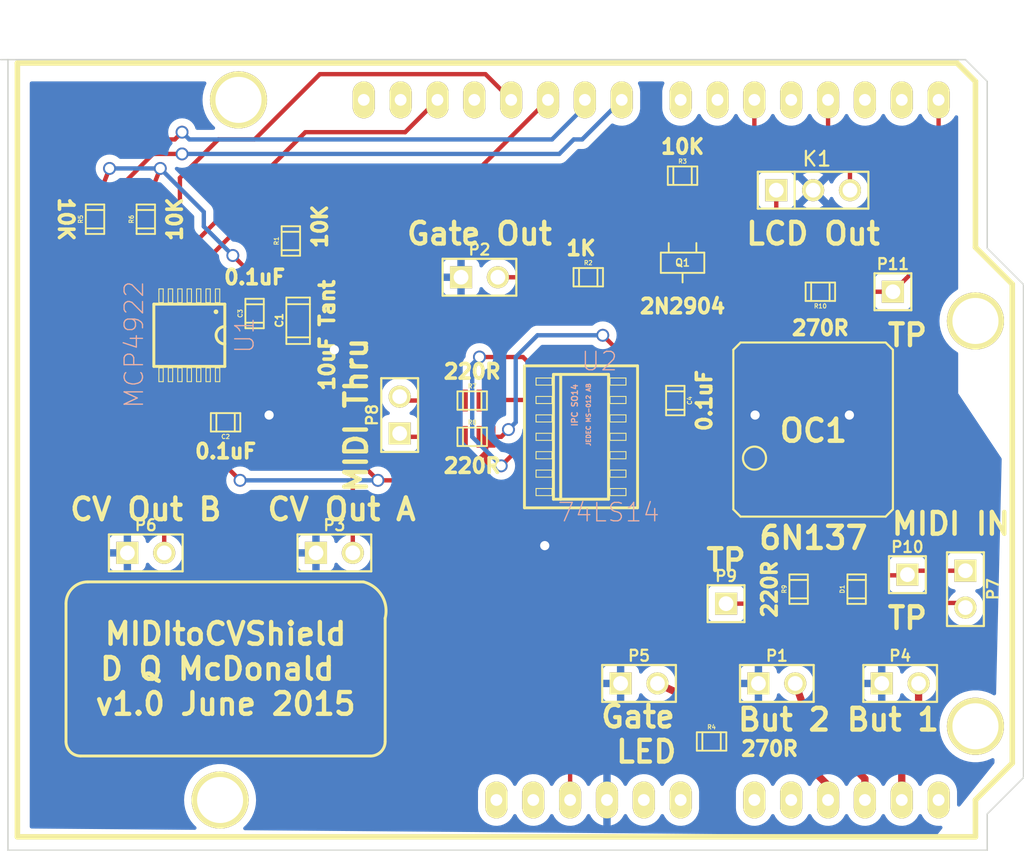
<source format=kicad_pcb>
(kicad_pcb (version 20221018) (generator pcbnew)
  (title_block (title "MIDI to CV Shield") (date "26/5/2015") (rev "1.0") (comment 1 "Quentin McDonald"))
  (layers (0 "F.Cu" signal) (31 "B.Cu" signal) (34 "B.Paste" user) (35 "F.Paste" user) (36 "B.SilkS" user) (37 "F.SilkS" user) (38 "B.Mask" user) (39 "F.Mask" user) (44 "Edge.Cuts" user))
  (net 0 "")
  (net 1 "BUT1")
  (net 2 "BUT2")
  (net 3 "GATE")
  (net 4 "GATE_LED")
  (net 5 "GND")
  (net 6 "LCD_TX")
  (net 7 "LDAC")
  (net 8 "MOSI")
  (net 9 "Net-(D1-Pad1)")
  (net 10 "Net-(D1-Pad2)")
  (net 11 "Net-(OC1-Pad2)")
  (net 12 "Net-(P2-Pad2)")
  (net 13 "Net-(P5-Pad2)")
  (net 14 "Net-(P8-Pad1)")
  (net 15 "Net-(P8-Pad2)")
  (net 16 "Net-(Q1-Pad1)")
  (net 17 "Net-(Q1-Pad2)")
  (net 18 "Net-(R7-Pad1)")
  (net 19 "Net-(SHIELD1-Pad1)")
  (net 20 "Net-(SHIELD1-Pad12)")
  (net 21 "Net-(SHIELD1-Pad2)")
  (net 22 "Net-(SHIELD1-Pad3V3)")
  (net 23 "Net-(SHIELD1-Pad4)")
  (net 24 "Net-(SHIELD1-Pad6)")
  (net 25 "Net-(SHIELD1-Pad7)")
  (net 26 "Net-(SHIELD1-PadAD0)")
  (net 27 "Net-(SHIELD1-PadAD1)")
  (net 28 "Net-(SHIELD1-PadAD5)")
  (net 29 "Net-(SHIELD1-PadAREF)")
  (net 30 "Net-(SHIELD1-PadGND2)")
  (net 31 "Net-(SHIELD1-PadGND3)")
  (net 32 "Net-(SHIELD1-PadRST)")
  (net 33 "Net-(SHIELD1-PadV_IN)")
  (net 34 "Net-(U1-Pad2)")
  (net 35 "Net-(U1-Pad6)")
  (net 36 "Net-(U1-Pad7)")
  (net 37 "Net-(U2-Pad1)")
  (net 38 "Net-(U2-Pad10)")
  (net 39 "Net-(U2-Pad12)")
  (net 40 "Net-(U2-Pad6)")
  (net 41 "Net-(U2-Pad8)")
  (net 42 "OUTA")
  (net 43 "OUTB")
  (net 44 "RX")
  (net 45 "SCK")
  (net 46 "SHDN")
  (net 47 "SS")
  (net 48 "VDD")
  (footprint "smd_capacitors:c_0805" (layer "F.Cu") (at 93 98 180)
    (fp_text reference "C2" (at 0 -0.9906 180) (layer "F.SilkS") (effects (font (size 0.29972 0.29972) (thickness 0.06096))))
    (fp_text value "0.1uF" hide)
    (pad "1" smd rect (at 0.9525 0 180) (size 1.30048 1.4986) (layers "F.Cu" "F.Paste" "F.Mask") (net 48 "VDD"))
    (pad "2" smd rect (at -0.9525 0 180) (size 1.30048 1.4986) (layers "F.Cu" "F.Paste" "F.Mask") (net 5 "GND"))
  )
  (footprint "smd_capacitors:c_0805" (layer "F.Cu") (at 95 90.5 90)
    (fp_text reference "C3" (at 0 -0.9906 90) (layer "F.SilkS") (effects (font (size 0.29972 0.29972) (thickness 0.06096))))
    (fp_text value "0.1uF" hide)
    (pad "1" smd rect (at 0.9525 0 90) (size 1.30048 1.4986) (layers "F.Cu" "F.Paste" "F.Mask") (net 48 "VDD"))
    (pad "2" smd rect (at -0.9525 0 90) (size 1.30048 1.4986) (layers "F.Cu" "F.Paste" "F.Mask") (net 5 "GND"))
  )
  (footprint "smd_capacitors:c_0805" (layer "F.Cu") (at 124 96.5 -90)
    (fp_text reference "C4" (at 0 -0.9906 270) (layer "F.SilkS") (effects (font (size 0.29972 0.29972) (thickness 0.06096))))
    (fp_text value "0.1uF" hide)
    (pad "1" smd rect (at 0.9525 0 270) (size 1.30048 1.4986) (layers "F.Cu" "F.Paste" "F.Mask") (net 5 "GND"))
    (pad "2" smd rect (at -0.9525 0 270) (size 1.30048 1.4986) (layers "F.Cu" "F.Paste" "F.Mask") (net 48 "VDD"))
  )
  (footprint "smd_capacitors:c_0805" (layer "F.Cu") (at 136.5 109.5 90)
    (fp_text reference "D1" (at 0 -0.9906 90) (layer "F.SilkS") (effects (font (size 0.29972 0.29972) (thickness 0.06096))))
    (fp_text value "DIODE" hide)
    (pad "1" smd rect (at 0.9525 0 90) (size 1.30048 1.4986) (layers "F.Cu" "F.Paste" "F.Mask") (net 9 "Net-(D1-Pad1)"))
    (pad "2" smd rect (at -0.9525 0 90) (size 1.30048 1.4986) (layers "F.Cu" "F.Paste" "F.Mask") (net 10 "Net-(D1-Pad2)"))
  )
  (footprint "pin_array:PIN_ARRAY_3X1" (layer "F.Cu") (at 133.5 82)
    (fp_text reference "K1" (at 0.254 -2.159) (layer "F.SilkS") (effects (font (size 1.016 1.016) (thickness 0.1524))))
    (fp_text value "CONN_3" hide)
    (pad "1" thru_hole rect (at -2.54 0) (size 1.524 1.524) (drill 1.016) (layers "*.Cu" "*.Mask" "F.SilkS") (net 48 "VDD"))
    (pad "2" thru_hole circle (at 0 0) (size 1.524 1.524) (drill 1.016) (layers "*.Cu" "*.Mask" "F.SilkS") (net 5 "GND"))
    (pad "3" thru_hole circle (at 2.54 0) (size 1.524 1.524) (drill 1.016) (layers "*.Cu" "*.Mask" "F.SilkS") (net 6 "LCD_TX"))
  )
  (footprint "DQM:6N137" (layer "F.Cu") (at 133.5 98.5)
    (fp_text reference "OC1" (at 0.02 0.08) (layer "F.SilkS") (effects (font (size 1.524 1.524) (thickness 0.3048))))
    (fp_text value "6N137" (at 0.02 7.47) (layer "F.SilkS") (effects (font (size 1.524 1.524) (thickness 0.3048))))
    (pad "1" smd rect (at -3.80746 4.50342 180) (size 1.778 1.51892) (layers "F.Cu" "F.Paste" "F.Mask"))
    (pad "2" smd rect (at -1.26746 4.50342 180) (size 1.778 1.51892) (layers "F.Cu" "F.Paste" "F.Mask") (net 11 "Net-(OC1-Pad2)"))
    (pad "3" smd rect (at 1.26746 4.50342 180) (size 1.778 1.51892) (layers "F.Cu" "F.Paste" "F.Mask") (net 9 "Net-(D1-Pad1)"))
    (pad "4" smd rect (at 3.80746 4.50342 180) (size 1.778 1.51892) (layers "F.Cu" "F.Paste" "F.Mask"))
    (pad "5" smd rect (at 3.80746 -4.50342) (size 1.778 1.51892) (layers "F.Cu" "F.Paste" "F.Mask") (net 5 "GND"))
    (pad "6" smd rect (at 1.26746 -4.50342) (size 1.778 1.51892) (layers "F.Cu" "F.Paste" "F.Mask") (net 44 "RX"))
    (pad "7" smd rect (at -1.26746 -4.50342) (size 1.778 1.51892) (layers "F.Cu" "F.Paste" "F.Mask") (net 48 "VDD"))
    (pad "8" smd rect (at -3.80746 -4.50342) (size 1.778 1.51892) (layers "F.Cu" "F.Paste" "F.Mask") (net 48 "VDD"))
  )
  (footprint "pin_array:PIN_ARRAY_2X1" (layer "F.Cu") (at 131 116)
    (fp_text reference "P1" (at 0 -1.905) (layer "F.SilkS") (effects (font (size 0.762 0.762) (thickness 0.1524))))
    (fp_text value "CONN_2" hide)
    (pad "1" thru_hole rect (at -1.27 0) (size 1.524 1.524) (drill 1.016) (layers "*.Cu" "*.Mask" "F.SilkS") (net 5 "GND"))
    (pad "2" thru_hole circle (at 1.27 0) (size 1.524 1.524) (drill 1.016) (layers "*.Cu" "*.Mask" "F.SilkS") (net 1 "BUT1"))
  )
  (footprint "pin_array:PIN_ARRAY_2X1" (layer "F.Cu") (at 110.5 88)
    (fp_text reference "P2" (at 0 -1.905) (layer "F.SilkS") (effects (font (size 0.762 0.762) (thickness 0.1524))))
    (fp_text value "CONN_2" hide)
    (pad "1" thru_hole rect (at -1.27 0) (size 1.524 1.524) (drill 1.016) (layers "*.Cu" "*.Mask" "F.SilkS") (net 5 "GND"))
    (pad "2" thru_hole circle (at 1.27 0) (size 1.524 1.524) (drill 1.016) (layers "*.Cu" "*.Mask" "F.SilkS") (net 12 "Net-(P2-Pad2)"))
  )
  (footprint "pin_array:PIN_ARRAY_2X1" (layer "F.Cu") (at 100.5 107)
    (fp_text reference "P3" (at 0 -1.905) (layer "F.SilkS") (effects (font (size 0.762 0.762) (thickness 0.1524))))
    (fp_text value "CONN_2" hide)
    (pad "1" thru_hole rect (at -1.27 0) (size 1.524 1.524) (drill 1.016) (layers "*.Cu" "*.Mask" "F.SilkS") (net 5 "GND"))
    (pad "2" thru_hole circle (at 1.27 0) (size 1.524 1.524) (drill 1.016) (layers "*.Cu" "*.Mask" "F.SilkS") (net 42 "OUTA"))
  )
  (footprint "pin_array:PIN_ARRAY_2X1" (layer "F.Cu") (at 139.5 116)
    (fp_text reference "P4" (at 0 -1.905) (layer "F.SilkS") (effects (font (size 0.762 0.762) (thickness 0.1524))))
    (fp_text value "CONN_2" hide)
    (pad "1" thru_hole rect (at -1.27 0) (size 1.524 1.524) (drill 1.016) (layers "*.Cu" "*.Mask" "F.SilkS") (net 5 "GND"))
    (pad "2" thru_hole circle (at 1.27 0) (size 1.524 1.524) (drill 1.016) (layers "*.Cu" "*.Mask" "F.SilkS") (net 2 "BUT2"))
  )
  (footprint "pin_array:PIN_ARRAY_2X1" (layer "F.Cu") (at 121.5 116)
    (fp_text reference "P5" (at 0 -1.905) (layer "F.SilkS") (effects (font (size 0.762 0.762) (thickness 0.1524))))
    (fp_text value "CONN_2" hide)
    (pad "1" thru_hole rect (at -1.27 0) (size 1.524 1.524) (drill 1.016) (layers "*.Cu" "*.Mask" "F.SilkS") (net 5 "GND"))
    (pad "2" thru_hole circle (at 1.27 0) (size 1.524 1.524) (drill 1.016) (layers "*.Cu" "*.Mask" "F.SilkS") (net 13 "Net-(P5-Pad2)"))
  )
  (footprint "pin_array:PIN_ARRAY_2X1" (layer "F.Cu") (at 87.5 107)
    (fp_text reference "P6" (at 0 -1.905) (layer "F.SilkS") (effects (font (size 0.762 0.762) (thickness 0.1524))))
    (fp_text value "CONN_2" hide)
    (pad "1" thru_hole rect (at -1.27 0) (size 1.524 1.524) (drill 1.016) (layers "*.Cu" "*.Mask" "F.SilkS") (net 5 "GND"))
    (pad "2" thru_hole circle (at 1.27 0) (size 1.524 1.524) (drill 1.016) (layers "*.Cu" "*.Mask" "F.SilkS") (net 43 "OUTB"))
  )
  (footprint "pin_array:PIN_ARRAY_2X1" (layer "F.Cu") (at 144 109.5 -90)
    (fp_text reference "P7" (at 0 -1.905 270) (layer "F.SilkS") (effects (font (size 0.762 0.762) (thickness 0.1524))))
    (fp_text value "CONN_2" hide)
    (pad "1" thru_hole rect (at -1.27 0 270) (size 1.524 1.524) (drill 1.016) (layers "*.Cu" "*.Mask" "F.SilkS") (net 9 "Net-(D1-Pad1)"))
    (pad "2" thru_hole circle (at 1.27 0 270) (size 1.524 1.524) (drill 1.016) (layers "*.Cu" "*.Mask" "F.SilkS") (net 10 "Net-(D1-Pad2)"))
  )
  (footprint "pin_array:PIN_ARRAY_2X1" (layer "F.Cu") (at 105 97.5 90)
    (fp_text reference "P8" (at 0 -1.905 90) (layer "F.SilkS") (effects (font (size 0.762 0.762) (thickness 0.1524))))
    (fp_text value "CONN_2" hide)
    (pad "1" thru_hole rect (at -1.27 0 90) (size 1.524 1.524) (drill 1.016) (layers "*.Cu" "*.Mask" "F.SilkS") (net 14 "Net-(P8-Pad1)"))
    (pad "2" thru_hole circle (at 1.27 0 90) (size 1.524 1.524) (drill 1.016) (layers "*.Cu" "*.Mask" "F.SilkS") (net 15 "Net-(P8-Pad2)"))
  )
  (footprint "pin_array:PIN_ARRAY_1" (layer "F.Cu") (at 140 108.5)
    (fp_text reference "P10" (at 0 -1.905) (layer "F.SilkS") (effects (font (size 0.762 0.762) (thickness 0.1524))))
    (fp_text value "CONN_1" hide)
    (pad "1" thru_hole rect (at 0 0) (size 1.524 1.524) (drill 1.016) (layers "*.Cu" "*.Mask" "F.SilkS") (net 9 "Net-(D1-Pad1)"))
  )
  (footprint "pin_array:PIN_ARRAY_1" (layer "F.Cu") (at 139 89)
    (fp_text reference "P11" (at 0 -1.905) (layer "F.SilkS") (effects (font (size 0.762 0.762) (thickness 0.1524))))
    (fp_text value "CONN_1" hide)
    (pad "1" thru_hole rect (at 0 0) (size 1.524 1.524) (drill 1.016) (layers "*.Cu" "*.Mask" "F.SilkS") (net 44 "RX"))
  )
  (footprint "DQM:sot23" (layer "F.Cu") (at 124.5 87 180)
    (fp_text reference "Q1" (at 0 0 180) (layer "F.SilkS") (effects (font (size 0.50038 0.50038) (thickness 0.09906))))
    (fp_text value "NPN" hide)
    (pad "1" smd rect (at 0.9525 1.30664 180) (size 0.59944 1.50076) (layers "F.Cu" "F.Paste" "F.Mask") (net 16 "Net-(Q1-Pad1)"))
    (pad "2" smd rect (at -0.9525 1.30664 180) (size 0.59944 1.50076) (layers "F.Cu" "F.Paste" "F.Mask") (net 17 "Net-(Q1-Pad2)"))
    (pad "3" smd rect (at 0 -1.30664 180) (size 0.59944 1.50076) (layers "F.Cu" "F.Paste" "F.Mask") (net 48 "VDD"))
  )
  (footprint "smd_capacitors:c_0805" (layer "F.Cu") (at 97.5 85.5 90)
    (fp_text reference "R1" (at 0 -0.9906 90) (layer "F.SilkS") (effects (font (size 0.29972 0.29972) (thickness 0.06096))))
    (fp_text value "10K" hide)
    (pad "1" smd rect (at 0.9525 0 90) (size 1.30048 1.4986) (layers "F.Cu" "F.Paste" "F.Mask") (net 47 "SS"))
    (pad "2" smd rect (at -0.9525 0 90) (size 1.30048 1.4986) (layers "F.Cu" "F.Paste" "F.Mask") (net 48 "VDD"))
  )
  (footprint "smd_capacitors:c_0805" (layer "F.Cu") (at 118 88)
    (fp_text reference "R2" (at 0 -0.9906) (layer "F.SilkS") (effects (font (size 0.29972 0.29972) (thickness 0.06096))))
    (fp_text value "1K" hide)
    (pad "1" smd rect (at 0.9525 0) (size 1.30048 1.4986) (layers "F.Cu" "F.Paste" "F.Mask") (net 16 "Net-(Q1-Pad1)"))
    (pad "2" smd rect (at -0.9525 0) (size 1.30048 1.4986) (layers "F.Cu" "F.Paste" "F.Mask") (net 12 "Net-(P2-Pad2)"))
  )
  (footprint "smd_capacitors:c_0805" (layer "F.Cu") (at 124.5 81)
    (fp_text reference "R3" (at 0 -0.9906) (layer "F.SilkS") (effects (font (size 0.29972 0.29972) (thickness 0.06096))))
    (fp_text value "10K" hide)
    (pad "1" smd rect (at 0.9525 0) (size 1.30048 1.4986) (layers "F.Cu" "F.Paste" "F.Mask") (net 3 "GATE"))
    (pad "2" smd rect (at -0.9525 0) (size 1.30048 1.4986) (layers "F.Cu" "F.Paste" "F.Mask") (net 17 "Net-(Q1-Pad2)"))
  )
  (footprint "smd_capacitors:c_0805" (layer "F.Cu") (at 126.5 120)
    (fp_text reference "R4" (at 0 -0.9906) (layer "F.SilkS") (effects (font (size 0.29972 0.29972) (thickness 0.06096))))
    (fp_text value "270R" hide)
    (pad "1" smd rect (at 0.9525 0) (size 1.30048 1.4986) (layers "F.Cu" "F.Paste" "F.Mask") (net 4 "GATE_LED"))
    (pad "2" smd rect (at -0.9525 0) (size 1.30048 1.4986) (layers "F.Cu" "F.Paste" "F.Mask") (net 13 "Net-(P5-Pad2)"))
  )
  (footprint "smd_capacitors:c_0805" (layer "F.Cu") (at 84 84 90)
    (fp_text reference "R5" (at 0 -0.9906 90) (layer "F.SilkS") (effects (font (size 0.29972 0.29972) (thickness 0.06096))))
    (fp_text value "10K" hide)
    (pad "1" smd rect (at 0.9525 0 90) (size 1.30048 1.4986) (layers "F.Cu" "F.Paste" "F.Mask") (net 48 "VDD"))
    (pad "2" smd rect (at -0.9525 0 90) (size 1.30048 1.4986) (layers "F.Cu" "F.Paste" "F.Mask") (net 46 "SHDN"))
  )
  (footprint "smd_capacitors:c_0805" (layer "F.Cu") (at 110 96.5)
    (fp_text reference "R7" (at 0 -0.9906) (layer "F.SilkS") (effects (font (size 0.29972 0.29972) (thickness 0.06096))))
    (fp_text value "220R" hide)
    (pad "1" smd rect (at 0.9525 0) (size 1.30048 1.4986) (layers "F.Cu" "F.Paste" "F.Mask") (net 18 "Net-(R7-Pad1)"))
    (pad "2" smd rect (at -0.9525 0) (size 1.30048 1.4986) (layers "F.Cu" "F.Paste" "F.Mask") (net 15 "Net-(P8-Pad2)"))
  )
  (footprint "smd_capacitors:c_0805" (layer "F.Cu") (at 110 99)
    (fp_text reference "R8" (at 0 -0.9906) (layer "F.SilkS") (effects (font (size 0.29972 0.29972) (thickness 0.06096))))
    (fp_text value "220R" hide)
    (pad "1" smd rect (at 0.9525 0) (size 1.30048 1.4986) (layers "F.Cu" "F.Paste" "F.Mask") (net 48 "VDD"))
    (pad "2" smd rect (at -0.9525 0) (size 1.30048 1.4986) (layers "F.Cu" "F.Paste" "F.Mask") (net 14 "Net-(P8-Pad1)"))
  )
  (footprint "smd_capacitors:c_0805" (layer "F.Cu") (at 132.5 109.5 90)
    (fp_text reference "R9" (at 0 -0.9906 90) (layer "F.SilkS") (effects (font (size 0.29972 0.29972) (thickness 0.06096))))
    (fp_text value "220R" hide)
    (pad "1" smd rect (at 0.9525 0 90) (size 1.30048 1.4986) (layers "F.Cu" "F.Paste" "F.Mask") (net 11 "Net-(OC1-Pad2)"))
    (pad "2" smd rect (at -0.9525 0 90) (size 1.30048 1.4986) (layers "F.Cu" "F.Paste" "F.Mask") (net 10 "Net-(D1-Pad2)"))
  )
  (footprint "smd_capacitors:c_0805" (layer "F.Cu") (at 134 89 180)
    (fp_text reference "R10" (at 0 -0.9906 180) (layer "F.SilkS") (effects (font (size 0.29972 0.29972) (thickness 0.06096))))
    (fp_text value "270R" hide)
    (pad "1" smd rect (at 0.9525 0 180) (size 1.30048 1.4986) (layers "F.Cu" "F.Paste" "F.Mask") (net 48 "VDD"))
    (pad "2" smd rect (at -0.9525 0 180) (size 1.30048 1.4986) (layers "F.Cu" "F.Paste" "F.Mask") (net 44 "RX"))
  )
  (footprint "ref-packages:-SO-14" (layer "F.Cu") (at 117.5 99 -90)
    (fp_text reference "U2" (at -5.207 -1.27) (layer "B.SilkS") (effects (font (size 1.27 1.27) (thickness 0.0889))))
    (fp_text value "74LS14" (at 5.207 -1.905) (layer "B.SilkS") (effects (font (size 1.27 1.27) (thickness 0.0889))))
    (fp_text user "IPC SO14" (at -2.18186 0.4318 270) (layer "B.SilkS") (effects (font (size 0.4064 0.4064) (thickness 0.0889))))
    (fp_text user "JEDEC MS-012 AB" (at -1.524 -0.51562 270) (layer "B.SilkS") (effects (font (size 0.3048 0.3048) (thickness 0.0889))))
    (pad "1" smd rect (at -3.81 2.59842 270) (size 0.59944 2.19964) (layers "F.Cu" "F.Paste" "F.Mask") (net 37 "Net-(U2-Pad1)"))
    (pad "2" smd rect (at -2.54 2.59842 270) (size 0.59944 2.19964) (layers "F.Cu" "F.Paste" "F.Mask") (net 18 "Net-(R7-Pad1)"))
    (pad "3" smd rect (at -1.27 2.59842 270) (size 0.59944 2.19964) (layers "F.Cu" "F.Paste" "F.Mask") (net 44 "RX"))
    (pad "4" smd rect (at 0 2.59842 270) (size 0.59944 2.19964) (layers "F.Cu" "F.Paste" "F.Mask") (net 37 "Net-(U2-Pad1)"))
    (pad "5" smd rect (at 1.27 2.59842 270) (size 0.59944 2.19964) (layers "F.Cu" "F.Paste" "F.Mask") (net 5 "GND"))
    (pad "6" smd rect (at 2.54 2.59842 270) (size 0.59944 2.19964) (layers "F.Cu" "F.Paste" "F.Mask") (net 40 "Net-(U2-Pad6)"))
    (pad "7" smd rect (at 3.81 2.59842 270) (size 0.59944 2.19964) (layers "F.Cu" "F.Paste" "F.Mask") (net 5 "GND"))
    (pad "8" smd rect (at 3.81 -2.59842 270) (size 0.59944 2.19964) (layers "F.Cu" "F.Paste" "F.Mask") (net 41 "Net-(U2-Pad8)"))
    (pad "9" smd rect (at 2.54 -2.59842 270) (size 0.59944 2.19964) (layers "F.Cu" "F.Paste" "F.Mask") (net 5 "GND"))
    (pad "10" smd rect (at 1.27 -2.59842 270) (size 0.59944 2.19964) (layers "F.Cu" "F.Paste" "F.Mask") (net 38 "Net-(U2-Pad10)"))
    (pad "11" smd rect (at 0 -2.59842 270) (size 0.59944 2.19964) (layers "F.Cu" "F.Paste" "F.Mask") (net 5 "GND"))
    (pad "12" smd rect (at -1.27 -2.59842 270) (size 0.59944 2.19964) (layers "F.Cu" "F.Paste" "F.Mask") (net 39 "Net-(U2-Pad12)"))
    (pad "13" smd rect (at -2.54 -2.59842 270) (size 0.59944 2.19964) (layers "F.Cu" "F.Paste" "F.Mask") (net 5 "GND"))
    (pad "14" smd rect (at -3.81 -2.59842 270) (size 0.59944 2.19964) (layers "F.Cu" "F.Paste" "F.Mask") (net 48 "VDD"))
  )
  (footprint "arduino_shields:ARDUINO_SHIELD" (layer "F.Cu") (at 78.65 126.574)
    (fp_text reference "" (at 5.715 -57.15) (layer "F.SilkS") (effects (font (size 1.524 1.524) (thickness 0.3048))))
    (fp_text value "ARDUINO_SHIELD" hide)
    (pad "" thru_hole circle locked (at 13.97 -2.54 90) (size 3.937 3.937) (drill 3.175) (layers "*.Cu" "*.Mask" "F.SilkS"))
    (pad "" thru_hole circle locked (at 15.24 -50.8 90) (size 3.937 3.937) (drill 3.175) (layers "*.Cu" "*.Mask" "F.SilkS"))
    (pad "" thru_hole circle locked (at 66.04 -35.56 90) (size 3.937 3.937) (drill 3.175) (layers "*.Cu" "*.Mask" "F.SilkS"))
    (pad "" thru_hole circle locked (at 66.04 -7.62 90) (size 3.937 3.937) (drill 3.175) (layers "*.Cu" "*.Mask" "F.SilkS"))
    (pad "0" thru_hole oval locked (at 63.5 -50.8 90) (size 2.54 1.524) (drill 0.8128) (layers "*.Cu" "*.Mask" "F.SilkS") (net 44 "RX"))
    (pad "1" thru_hole oval locked (at 60.96 -50.8 90) (size 2.54 1.524) (drill 0.8128) (layers "*.Cu" "*.Mask" "F.SilkS") (net 19 "Net-(SHIELD1-Pad1)"))
    (pad "2" thru_hole oval locked (at 58.42 -50.8 90) (size 2.54 1.524) (drill 0.8128) (layers "*.Cu" "*.Mask" "F.SilkS") (net 21 "Net-(SHIELD1-Pad2)"))
    (pad "3" thru_hole oval locked (at 55.88 -50.8 90) (size 2.54 1.524) (drill 0.8128) (layers "*.Cu" "*.Mask" "F.SilkS") (net 6 "LCD_TX"))
    (pad "3V3" thru_hole oval locked (at 35.56 -2.54 90) (size 2.54 1.524) (drill 0.8128) (layers "*.Cu" "*.Mask" "F.SilkS") (net 22 "Net-(SHIELD1-Pad3V3)"))
    (pad "4" thru_hole oval locked (at 53.34 -50.8 90) (size 2.54 1.524) (drill 0.8128) (layers "*.Cu" "*.Mask" "F.SilkS") (net 23 "Net-(SHIELD1-Pad4)"))
    (pad "5" thru_hole oval locked (at 50.8 -50.8 90) (size 2.54 1.524) (drill 0.8128) (layers "*.Cu" "*.Mask" "F.SilkS") (net 3 "GATE"))
    (pad "5V" thru_hole oval locked (at 38.1 -2.54 90) (size 2.54 1.524) (drill 0.8128) (layers "*.Cu" "*.Mask" "F.SilkS") (net 48 "VDD"))
    (pad "6" thru_hole oval locked (at 48.26 -50.8 90) (size 2.54 1.524) (drill 0.8128) (layers "*.Cu" "*.Mask" "F.SilkS") (net 24 "Net-(SHIELD1-Pad6)"))
    (pad "7" thru_hole oval locked (at 45.72 -50.8 90) (size 2.54 1.524) (drill 0.8128) (layers "*.Cu" "*.Mask" "F.SilkS") (net 25 "Net-(SHIELD1-Pad7)"))
    (pad "8" thru_hole oval locked (at 41.656 -50.8 90) (size 2.54 1.524) (drill 0.8128) (layers "*.Cu" "*.Mask" "F.SilkS") (net 7 "LDAC"))
    (pad "9" thru_hole oval locked (at 39.116 -50.8 90) (size 2.54 1.524) (drill 0.8128) (layers "*.Cu" "*.Mask" "F.SilkS") (net 46 "SHDN"))
    (pad "10" thru_hole oval locked (at 36.576 -50.8 90) (size 2.54 1.524) (drill 0.8128) (layers "*.Cu" "*.Mask" "F.SilkS") (net 47 "SS"))
    (pad "11" thru_hole oval locked (at 34.036 -50.8 90) (size 2.54 1.524) (drill 0.8128) (layers "*.Cu" "*.Mask" "F.SilkS") (net 8 "MOSI"))
    (pad "12" thru_hole oval locked (at 31.496 -50.8 90) (size 2.54 1.524) (drill 0.8128) (layers "*.Cu" "*.Mask" "F.SilkS") (net 20 "Net-(SHIELD1-Pad12)"))
    (pad "13" thru_hole oval locked (at 28.956 -50.8 90) (size 2.54 1.524) (drill 0.8128) (layers "*.Cu" "*.Mask" "F.SilkS") (net 45 "SCK"))
    (pad "AD0" thru_hole oval locked (at 50.8 -2.54 90) (size 2.54 1.524) (drill 0.8128) (layers "*.Cu" "*.Mask" "F.SilkS") (net 26 "Net-(SHIELD1-PadAD0)"))
    (pad "AD1" thru_hole oval locked (at 53.34 -2.54 90) (size 2.54 1.524) (drill 0.8128) (layers "*.Cu" "*.Mask" "F.SilkS") (net 27 "Net-(SHIELD1-PadAD1)"))
    (pad "AD2" thru_hole oval locked (at 55.88 -2.54 90) (size 2.54 1.524) (drill 0.8128) (layers "*.Cu" "*.Mask" "F.SilkS") (net 4 "GATE_LED"))
    (pad "AD3" thru_hole oval locked (at 58.42 -2.54 90) (size 2.54 1.524) (drill 0.8128) (layers "*.Cu" "*.Mask" "F.SilkS") (net 1 "BUT1"))
    (pad "AD4" thru_hole oval locked (at 60.96 -2.54 90) (size 2.54 1.524) (drill 0.8128) (layers "*.Cu" "*.Mask" "F.SilkS") (net 2 "BUT2"))
    (pad "AD5" thru_hole oval locked (at 63.5 -2.54 90) (size 2.54 1.524) (drill 0.8128) (layers "*.Cu" "*.Mask" "F.SilkS") (net 28 "Net-(SHIELD1-PadAD5)"))
    (pad "AREF" thru_hole oval locked (at 23.876 -50.8 90) (size 2.54 1.524) (drill 0.8128) (layers "*.Cu" "*.Mask" "F.SilkS") (net 29 "Net-(SHIELD1-PadAREF)"))
    (pad "GND1" thru_hole oval locked (at 40.64 -2.54 90) (size 2.54 1.524) (drill 0.8128) (layers "*.Cu" "*.Mask" "F.SilkS") (net 5 "GND"))
    (pad "GND2" thru_hole oval locked (at 43.18 -2.54 90) (size 2.54 1.524) (drill 0.8128) (layers "*.Cu" "*.Mask" "F.SilkS") (net 30 "Net-(SHIELD1-PadGND2)"))
    (pad "GND3" thru_hole oval locked (at 26.416 -50.8 90) (size 2.54 1.524) (drill 0.8128) (layers "*.Cu" "*.Mask" "F.SilkS") (net 31 "Net-(SHIELD1-PadGND3)"))
    (pad "RST" thru_hole oval locked (at 33.02 -2.54 90) (size 2.54 1.524) (drill 0.8128) (layers "*.Cu" "*.Mask" "F.SilkS") (net 32 "Net-(SHIELD1-PadRST)"))
    (pad "V_IN" thru_hole oval locked (at 45.72 -2.54 90) (size 2.54 1.524) (drill 0.8128) (layers "*.Cu" "*.Mask" "F.SilkS") (net 33 "Net-(SHIELD1-PadV_IN)"))
  )
  (footprint "pin_array:PIN_ARRAY_1" (layer "F.Cu") (at 127.5 110.5)
    (fp_text reference "P9" (at 0 -1.905) (layer "F.SilkS") (effects (font (size 0.762 0.762) (thickness 0.1524))))
    (fp_text value "CONN_1" hide)
    (pad "1" thru_hole rect (at 0 0) (size 1.524 1.524) (drill 1.016) (layers "*.Cu" "*.Mask" "F.SilkS") (net 10 "Net-(D1-Pad2)"))
  )
  (footprint "DQM:MCP4922" (layer "F.Cu") (at 90.5 92 -90)
    (fp_text reference "U1" (at 0 -3.81 270) (layer "B.SilkS") (effects (font (size 1.27 1.27) (thickness 0.0889))))
    (fp_text value "MCP4922" (at 0.635 3.81 270) (layer "B.SilkS") (effects (font (size 1.27 1.27) (thickness 0.0889))))
    (pad "1" smd rect (at -2.87274 -1.94818 270) (size 0.89916 0.34798) (layers "F.Cu" "F.Paste" "F.Mask") (net 48 "VDD"))
    (pad "2" smd rect (at -2.87274 -1.29794 270) (size 0.89916 0.34798) (layers "F.Cu" "F.Paste" "F.Mask") (net 34 "Net-(U1-Pad2)"))
    (pad "3" smd rect (at -2.87274 -0.6477 270) (size 0.89916 0.34798) (layers "F.Cu" "F.Paste" "F.Mask") (net 47 "SS"))
    (pad "4" smd rect (at -2.87274 0 270) (size 0.89916 0.34798) (layers "F.Cu" "F.Paste" "F.Mask") (net 45 "SCK"))
    (pad "5" smd rect (at -2.87274 0.6477 270) (size 0.89916 0.34798) (layers "F.Cu" "F.Paste" "F.Mask") (net 8 "MOSI"))
    (pad "6" smd rect (at -2.87274 1.29794 270) (size 0.89916 0.34798) (layers "F.Cu" "F.Paste" "F.Mask") (net 35 "Net-(U1-Pad6)"))
    (pad "7" smd rect (at -2.87274 1.94818 270) (size 0.89916 0.34798) (layers "F.Cu" "F.Paste" "F.Mask") (net 36 "Net-(U1-Pad7)"))
    (pad "8" smd rect (at 2.82448 1.94818 270) (size 0.89916 0.34798) (layers "F.Cu" "F.Paste" "F.Mask") (net 7 "LDAC"))
    (pad "9" smd rect (at 2.82448 1.29794 270) (size 0.89916 0.34798) (layers "F.Cu" "F.Paste" "F.Mask") (net 46 "SHDN"))
    (pad "10" smd rect (at 2.82448 0.6477 270) (size 0.89916 0.34798) (layers "F.Cu" "F.Paste" "F.Mask") (net 43 "OUTB"))
    (pad "11" smd rect (at 2.82448 0 270) (size 0.89916 0.34798) (layers "F.Cu" "F.Paste" "F.Mask") (net 48 "VDD"))
    (pad "12" smd rect (at 2.82448 -0.6477 270) (size 0.89916 0.34798) (layers "F.Cu" "F.Paste" "F.Mask") (net 5 "GND"))
    (pad "13" smd rect (at 2.82448 -1.29794 270) (size 0.89916 0.34798) (layers "F.Cu" "F.Paste" "F.Mask") (net 48 "VDD"))
    (pad "14" smd rect (at 2.82448 -1.94818 270) (size 0.89916 0.34798) (layers "F.Cu" "F.Paste" "F.Mask") (net 42 "OUTA"))
  )
  (footprint "smd_capacitors:c_1206" (layer "F.Cu") (at 98 91 90)
    (fp_text reference "C1" (at 0.0254 -1.2954 90) (layer "F.SilkS") (effects (font (size 0.50038 0.50038) (thickness 0.11938))))
    (fp_text value "10uF tant" hide)
    (pad "1" smd rect (at 1.397 0 90) (size 1.6002 1.8034) (layers "F.Cu" "F.Paste" "F.Mask") (net 48 "VDD"))
    (pad "2" smd rect (at -1.397 0 90) (size 1.6002 1.8034) (layers "F.Cu" "F.Paste" "F.Mask") (net 5 "GND"))
  )
  (footprint "smd_capacitors:c_0805" (layer "F.Cu") (at 87.5 84 90)
    (fp_text reference "R6" (at 0 -0.9906 90) (layer "F.SilkS") (effects (font (size 0.29972 0.29972) (thickness 0.06096))))
    (fp_text value "10K" hide)
    (pad "1" smd rect (at 0.9525 0 90) (size 1.30048 1.4986) (layers "F.Cu" "F.Paste" "F.Mask") (net 48 "VDD"))
    (pad "2" smd rect (at -0.9525 0 90) (size 1.30048 1.4986) (layers "F.Cu" "F.Paste" "F.Mask") (net 7 "LDAC"))
  )
  (gr_line (start 104 111.5) (end 104 120) (stroke (width 0.2)) (layer "F.SilkS"))
  (gr_line (start 82 120) (end 82 110.5) (stroke (width 0.2)) (layer "F.SilkS"))
  (gr_arc (start 83 121) (mid 82.292893 120.707107) (end 82 120) (stroke (width 0.2)) (layer "F.SilkS"))
  (gr_line (start 103 121) (end 83 121) (stroke (width 0.2)) (layer "F.SilkS"))
  (gr_arc (start 82 110.5) (mid 82.43934 109.43934) (end 83.5 109) (stroke (width 0.2)) (layer "F.SilkS"))
  (gr_arc (start 104 120) (mid 103.707107 120.707107) (end 103 121) (stroke (width 0.2)) (layer "F.SilkS"))
  (gr_arc (start 102.5 109) (mid 103.767767 109.93934) (end 104 111.5) (stroke (width 0.2)) (layer "F.SilkS"))
  (gr_line (start 83.5 109) (end 102.5 109) (stroke (width 0.2)) (layer "F.SilkS"))
  (gr_line (start 78 73) (end 144 73) (stroke (width 0.1)) (layer "Edge.Cuts"))
  (gr_line (start 145.5 127.5) (end 78 127.5) (stroke (width 0.1)) (layer "Edge.Cuts"))
  (gr_line (start 148 88.5) (end 148 122.5) (stroke (width 0.1)) (layer "Edge.Cuts"))
  (gr_line (start 78 73) (end 77.5 73) (stroke (width 0.1)) (layer "Edge.Cuts"))
  (gr_line (start 144 73) (end 145.5 74.5) (stroke (width 0.1)) (layer "Edge.Cuts"))
  (gr_line (start 148 122.5) (end 145.5 125) (stroke (width 0.1)) (layer "Edge.Cuts"))
  (gr_line (start 78 127.5) (end 78 73) (stroke (width 0.1)) (layer "Edge.Cuts"))
  (gr_line (start 145.5 86) (end 148 88.5) (stroke (width 0.1)) (layer "Edge.Cuts"))
  (gr_line (start 145.5 125) (end 145.5 127.5) (stroke (width 0.1)) (layer "Edge.Cuts"))
  (gr_line (start 145.5 74.5) (end 145.5 86) (stroke (width 0.1)) (layer "Edge.Cuts"))
  (gr_text "0.1uF" (at 95 88) (layer "F.SilkS") (effects (font (size 1 1) (thickness 0.25))))
  (gr_text "MIDItoCVShield\nD Q McDonald \nv1.0 June 2015" (at 93 115) (layer "F.SilkS") (effects (font (size 1.5 1.5) (thickness 0.3))))
  (gr_text "MIDI IN" (at 143 105) (layer "F.SilkS") (effects (font (size 1.5 1.5) (thickness 0.3))))
  (gr_text "10K" (at 82 84 270) (layer "F.SilkS") (effects (font (size 1 1) (thickness 0.25))))
  (gr_text "Gate Out" (at 110.5 85) (layer "F.SilkS") (effects (font (size 1.5 1.5) (thickness 0.3))))
  (gr_text "270R" (at 130.5 120.5) (layer "F.SilkS") (effects (font (size 1 1) (thickness 0.25))))
  (gr_text "CV Out B" (at 87.5 104) (layer "F.SilkS") (effects (font (size 1.5 1.5) (thickness 0.3))))
  (gr_text "270R" (at 134 91.5) (layer "F.SilkS") (effects (font (size 1 1) (thickness 0.25))))
  (gr_text "10uF Tant" (at 100 92 90) (layer "F.SilkS") (effects (font (size 1 1) (thickness 0.25))))
  (gr_text "0.1uF" (at 93 100) (layer "F.SilkS") (effects (font (size 1 1) (thickness 0.25))))
  (gr_text "TP" (at 140 92) (layer "F.SilkS") (effects (font (size 1.5 1.5) (thickness 0.3))))
  (gr_text "But 2" (at 131.5 118.5) (layer "F.SilkS") (effects (font (size 1.5 1.5) (thickness 0.3))))
  (gr_text "10K" (at 124.5 79) (layer "F.SilkS") (effects (font (size 1 1) (thickness 0.25))))
  (gr_text "10K" (at 99.5 84.5 90) (layer "F.SilkS") (effects (font (size 1 1) (thickness 0.25))))
  (gr_text "220R" (at 130.5 109.5 90) (layer "F.SilkS") (effects (font (size 1 1) (thickness 0.25))))
  (gr_text "220R" (at 110 101) (layer "F.SilkS") (effects (font (size 1 1) (thickness 0.25))))
  (gr_text "TP" (at 127.5 107.5) (layer "F.SilkS") (effects (font (size 1.5 1.5) (thickness 0.3))))
  (gr_text "CV Out A" (at 101 104) (layer "F.SilkS") (effects (font (size 1.5 1.5) (thickness 0.3))))
  (gr_text "220R" (at 110 94.5) (layer "F.SilkS") (effects (font (size 1 1) (thickness 0.25))))
  (gr_text "MIDI Thru" (at 102 97.5 90) (layer "F.SilkS") (effects (font (size 1.5 1.5) (thickness 0.3))))
  (gr_text "Gate \nLED" (at 122 119.5) (layer "F.SilkS") (effects (font (size 1.5 1.5) (thickness 0.3))))
  (gr_text "10K" (at 89.5 84 90) (layer "F.SilkS") (effects (font (size 1 1) (thickness 0.25))))
  (gr_text "1K" (at 117.5 86) (layer "F.SilkS") (effects (font (size 1 1) (thickness 0.25))))
  (gr_text "But 1" (at 139 118.5) (layer "F.SilkS") (effects (font (size 1.5 1.5) (thickness 0.3))))
  (gr_text "TP" (at 140 111.5) (layer "F.SilkS") (effects (font (size 1.5 1.5) (thickness 0.3))))
  (gr_text "0.1uF" (at 126 96.5 90) (layer "F.SilkS") (effects (font (size 1 1) (thickness 0.25))))
  (gr_text "LCD Out" (at 133.5 85) (layer "F.SilkS") (effects (font (size 1.5 1.5) (thickness 0.3))))
  (gr_text "2N2904" (at 124.5 90) (layer "F.SilkS") (effects (font (size 1 1) (thickness 0.25))))
  (segment (start 137.07 122.57) (end 133.27 118.77) (width 0.5) (layer "F.Cu") (net 1))
  (segment (start 133.27 118.77) (end 132.27 116) (width 0.5) (layer "F.Cu") (net 1))
  (segment (start 137.07 124.034) (end 137.07 122.57) (width 0.5) (layer "F.Cu") (net 1))
  (segment (start 139.61 119.89) (end 140.77 118.73) (width 0.5) (layer "F.Cu") (net 2))
  (segment (start 140.77 118.73) (end 140.77 116) (width 0.5) (layer "F.Cu") (net 2))
  (segment (start 139.61 124.034) (end 139.61 119.89) (width 0.5) (layer "F.Cu") (net 2))
  (segment (start 129.45 78.55) (end 127 81) (width 0.3) (layer "F.Cu") (net 3))
  (segment (start 127 81) (end 125.4525 81) (width 0.3) (layer "F.Cu") (net 3))
  (segment (start 129.45 75.774) (end 129.45 78.55) (width 0.3) (layer "F.Cu") (net 3))
  (segment (start 134.53 123.03) (end 132 120.5) (width 0.5) (layer "F.Cu") (net 4))
  (segment (start 132 120.5) (end 127.4525 120) (width 0.5) (layer "F.Cu") (net 4))
  (segment (start 134.53 124.034) (end 134.53 123.03) (width 0.5) (layer "F.Cu") (net 4))
  (segment (start 124 99.5) (end 121.96 101.54) (width 0.3) (layer "F.Cu") (net 5))
  (segment (start 121.96 101.54) (end 120.09842 101.54) (width 0.3) (layer "F.Cu") (net 5))
  (segment (start 122.5475 97.4525) (end 121.595 96.5) (width 0.3) (layer "F.Cu") (net 5))
  (segment (start 121.595 96.5) (end 120.13842 96.5) (width 0.3) (layer "F.Cu") (net 5))
  (segment (start 120.13842 96.5) (end 120.09842 96.46) (width 0.3) (layer "F.Cu") (net 5))
  (segment (start 124 97.5) (end 122.5 99) (width 0.3) (layer "F.Cu") (net 5))
  (segment (start 122.5 99) (end 120.09842 99) (width 0.3) (layer "F.Cu") (net 5))
  (segment (start 129.4525 97.4525) (end 129.5 97.5) (width 0.3) (layer "F.Cu") (net 5))
  (segment (start 136 97.5) (end 137.30746 96.19254) (width 0.3) (layer "F.Cu") (net 5))
  (segment (start 137.30746 96.19254) (end 137.30746 93.99658) (width 0.3) (layer "F.Cu") (net 5))
  (segment (start 91.1477 95.6477) (end 92 96.5) (width 0.3) (layer "F.Cu") (net 5))
  (segment (start 92 96.5) (end 93.5 96.5) (width 0.3) (layer "F.Cu") (net 5))
  (segment (start 93.5 96.5) (end 93.9525 96.9525) (width 0.3) (layer "F.Cu") (net 5))
  (segment (start 93.9525 96.9525) (end 93.9525 98) (width 0.3) (layer "F.Cu") (net 5))
  (segment (start 96.5555 91.4525) (end 98.603 93) (width 0.3) (layer "F.Cu") (net 5))
  (segment (start 98.603 93) (end 100.5 93) (width 0.3) (layer "F.Cu") (net 5))
  (segment (start 95.5 98) (end 96 97.5) (width 0.3) (layer "F.Cu") (net 5))
  (segment (start 115.77 100.27) (end 117 101.5) (width 0.3) (layer "F.Cu") (net 5))
  (segment (start 117 101.5) (end 117 102) (width 0.3) (layer "F.Cu") (net 5))
  (segment (start 117 102) (end 116.19 102.81) (width 0.3) (layer "F.Cu") (net 5))
  (segment (start 116.19 102.81) (end 114.90158 102.81) (width 0.3) (layer "F.Cu") (net 5))
  (segment (start 114.90158 106.40158) (end 115 106.5) (width 0.3) (layer "F.Cu") (net 5))
  (segment (start 95 91.4525) (end 96.5555 91.4525) (width 0.3) (layer "F.Cu") (net 5))
  (segment (start 91.1477 94.82448) (end 91.1477 95.6477) (width 0.3) (layer "F.Cu") (net 5))
  (segment (start 114.90158 102.81) (end 114.90158 106.40158) (width 0.3) (layer "F.Cu") (net 5))
  (segment (start 124 97.4525) (end 129.4525 97.4525) (width 0.3) (layer "F.Cu") (net 5))
  (segment (start 124 97.4525) (end 122.5475 97.4525) (width 0.3) (layer "F.Cu") (net 5))
  (segment (start 124 97.4525) (end 124 99.5) (width 0.3) (layer "F.Cu") (net 5))
  (segment (start 93.9525 98) (end 95.5 98) (width 0.3) (layer "F.Cu") (net 5))
  (segment (start 124 97.4525) (end 124 97.5) (width 0.3) (layer "F.Cu") (net 5))
  (segment (start 114.90158 100.27) (end 115.77 100.27) (width 0.3) (layer "F.Cu") (net 5))
  (via (at 115 106.5) (size 0.889) (drill 0.635) (layers "F.Cu" "B.Cu") (net 5))
  (via (at 136 97.5) (size 0.889) (drill 0.635) (layers "F.Cu" "B.Cu") (net 5))
  (via (at 129.5 97.5) (size 0.889) (drill 0.635) (layers "F.Cu" "B.Cu") (net 5))
  (via (at 96 97.5) (size 0.889) (drill 0.635) (layers "F.Cu" "B.Cu") (net 5))
  (via (at 100.5 93) (size 0.889) (drill 0.635) (layers "F.Cu" "B.Cu") (net 5))
  (segment (start 129.5 97.5) (end 136 97.5) (width 0.3) (layer "B.Cu") (net 5))
  (segment (start 134.53 78.53) (end 136.04 80.04) (width 0.3) (layer "F.Cu") (net 6))
  (segment (start 136.04 80.04) (end 136.04 82) (width 0.3) (layer "F.Cu") (net 6))
  (segment (start 134.53 75.774) (end 134.53 78.53) (width 0.3) (layer "F.Cu") (net 6))
  (segment (start 88.17552 94.82448) (end 88 95) (width 0.3) (layer "F.Cu") (net 7))
  (segment (start 88 95) (end 85.5 95) (width 0.3) (layer "F.Cu") (net 7))
  (segment (start 85.5 95) (end 85 94.5) (width 0.3) (layer "F.Cu") (net 7))
  (segment (start 85 94.5) (end 85 88.4525) (width 0.3) (layer "F.Cu") (net 7))
  (segment (start 85 88.4525) (end 87.5 84.9525) (width 0.3) (layer "F.Cu") (net 7))
  (segment (start 85.9525 84.9525) (end 86 84.905) (width 0.3) (layer "F.Cu") (net 7))
  (segment (start 86 84.905) (end 86 81.5) (width 0.3) (layer "F.Cu") (net 7))
  (segment (start 86 81.5) (end 88 79.5) (width 0.3) (layer "F.Cu") (net 7))
  (segment (start 88 79.5) (end 90 79.5) (width 0.3) (layer "F.Cu") (net 7))
  (segment (start 87.5 84.9525) (end 85.9525 84.9525) (width 0.3) (layer "F.Cu") (net 7))
  (segment (start 88.55182 94.82448) (end 88.17552 94.82448) (width 0.3) (layer "F.Cu") (net 7))
  (via (at 90 79.5) (size 0.889) (drill 0.635) (layers "F.Cu" "B.Cu") (net 7))
  (segment (start 90 79.5) (end 116 79.5) (width 0.3) (layer "B.Cu") (net 7))
  (segment (start 116 79.5) (end 117 78.5) (width 0.3) (layer "B.Cu") (net 7))
  (segment (start 117 78.5) (end 117.58 78.5) (width 0.3) (layer "B.Cu") (net 7))
  (segment (start 117.58 78.5) (end 120.306 75.774) (width 0.3) (layer "B.Cu") (net 7))
  (segment (start 89.8523 81.1477) (end 92.5 78.5) (width 0.3) (layer "F.Cu") (net 8))
  (segment (start 92.5 78.5) (end 95 78.5) (width 0.3) (layer "F.Cu") (net 8))
  (segment (start 95 78.5) (end 99.5 74) (width 0.3) (layer "F.Cu") (net 8))
  (segment (start 99.5 74) (end 110.912 74) (width 0.3) (layer "F.Cu") (net 8))
  (segment (start 110.912 74) (end 112.686 75.774) (width 0.3) (layer "F.Cu") (net 8))
  (segment (start 89.8523 89.12726) (end 89.8523 81.1477) (width 0.3) (layer "F.Cu") (net 8))
  (segment (start 140.27 108.23) (end 139.9525 108.5475) (width 0.3) (layer "F.Cu") (net 9))
  (segment (start 139.9525 108.5475) (end 136.5 108.5475) (width 0.3) (layer "F.Cu") (net 9))
  (segment (start 136.5 104.73596) (end 134.76746 103.00342) (width 0.3) (layer "F.Cu") (net 9))
  (segment (start 144 108.23) (end 140.27 108.23) (width 0.3) (layer "F.Cu") (net 9))
  (segment (start 136.5 108.5475) (end 136.5 104.73596) (width 0.3) (layer "F.Cu") (net 9))
  (segment (start 132.4525 110.5) (end 132.5 110.4525) (width 0.3) (layer "F.Cu") (net 10))
  (segment (start 143.6825 110.4525) (end 144 110.77) (width 0.3) (layer "F.Cu") (net 10))
  (segment (start 136.5 110.4525) (end 143.6825 110.4525) (width 0.3) (layer "F.Cu") (net 10))
  (segment (start 132.5 110.4525) (end 136.5 110.4525) (width 0.3) (layer "F.Cu") (net 10))
  (segment (start 127.5 110.5) (end 132.4525 110.5) (width 0.3) (layer "F.Cu") (net 10))
  (segment (start 132.5 103.27088) (end 132.23254 103.00342) (width 0.3) (layer "F.Cu") (net 11))
  (segment (start 132.5 108.5475) (end 132.5 103.27088) (width 0.3) (layer "F.Cu") (net 11))
  (segment (start 117.0475 88) (end 111.77 88) (width 0.3) (layer "F.Cu") (net 12))
  (segment (start 126.5475 117.7775) (end 122.77 116) (width 0.5) (layer "F.Cu") (net 13))
  (segment (start 125.5475 120) (end 126.5475 117.7775) (width 0.5) (layer "F.Cu") (net 13))
  (segment (start 105.23 99) (end 105 98.77) (width 0.3) (layer "F.Cu") (net 14))
  (segment (start 109.0475 99) (end 105.23 99) (width 0.3) (layer "F.Cu") (net 14))
  (segment (start 105.27 96.5) (end 105 96.23) (width 0.3) (layer "F.Cu") (net 15))
  (segment (start 109.0475 96.5) (end 105.27 96.5) (width 0.3) (layer "F.Cu") (net 15))
  (segment (start 118.9525 86.5475) (end 119.80664 85.69336) (width 0.3) (layer "F.Cu") (net 16))
  (segment (start 119.80664 85.69336) (end 123.5475 85.69336) (width 0.3) (layer "F.Cu") (net 16))
  (segment (start 118.9525 88) (end 118.9525 86.5475) (width 0.3) (layer "F.Cu") (net 16))
  (segment (start 123.5475 82.0475) (end 125.4525 83.9525) (width 0.3) (layer "F.Cu") (net 17))
  (segment (start 125.4525 83.9525) (end 125.4525 85.69336) (width 0.3) (layer "F.Cu") (net 17))
  (segment (start 123.5475 81) (end 123.5475 82.0475) (width 0.3) (layer "F.Cu") (net 17))
  (segment (start 110.9925 96.46) (end 110.9525 96.5) (width 0.3) (layer "F.Cu") (net 18))
  (segment (start 114.90158 96.46) (end 110.9925 96.46) (width 0.3) (layer "F.Cu") (net 18))
  (segment (start 114.90158 94.90158) (end 113.5 93.5) (width 0.3) (layer "F.Cu") (net 37))
  (segment (start 113.5 93.5) (end 110.5 93.5) (width 0.3) (layer "F.Cu") (net 37))
  (segment (start 112 101) (end 114 99) (width 0.3) (layer "F.Cu") (net 37))
  (segment (start 114 99) (end 114.90158 99) (width 0.3) (layer "F.Cu") (net 37))
  (segment (start 114.90158 95.19) (end 114.90158 94.90158) (width 0.3) (layer "F.Cu") (net 37))
  (via (at 110.5 93.5) (size 0.889) (drill 0.635) (layers "F.Cu" "B.Cu") (net 37))
  (via (at 112 101) (size 0.889) (drill 0.635) (layers "F.Cu" "B.Cu") (net 37))
  (segment (start 110.5 93.5) (end 110 94) (width 0.3) (layer "B.Cu") (net 37))
  (segment (start 110 94) (end 110 99) (width 0.3) (layer "B.Cu") (net 37))
  (segment (start 110 99) (end 112 101) (width 0.3) (layer "B.Cu") (net 37))
  (segment (start 97.32448 94.82448) (end 101.77 99.27) (width 0.3) (layer "F.Cu") (net 42))
  (segment (start 101.77 99.27) (end 101.77 107) (width 0.3) (layer "F.Cu") (net 42))
  (segment (start 92.44818 94.82448) (end 97.32448 94.82448) (width 0.3) (layer "F.Cu") (net 42))
  (segment (start 89.8523 98.6477) (end 88.77 99.73) (width 0.3) (layer "F.Cu") (net 43))
  (segment (start 88.77 99.73) (end 88.77 107) (width 0.3) (layer "F.Cu") (net 43))
  (segment (start 89.8523 94.82448) (end 89.8523 98.6477) (width 0.3) (layer "F.Cu") (net 43))
  (segment (start 142.15 85.85) (end 139 89) (width 0.3) (layer "F.Cu") (net 44))
  (segment (start 134.9525 93.81154) (end 134.76746 93.99658) (width 0.3) (layer "F.Cu") (net 44))
  (segment (start 134.76746 96.23254) (end 131 100) (width 0.3) (layer "F.Cu") (net 44))
  (segment (start 131 100) (end 126.5 100) (width 0.3) (layer "F.Cu") (net 44))
  (segment (start 126.5 100) (end 124 102.5) (width 0.3) (layer "F.Cu") (net 44))
  (segment (start 124 102.5) (end 124 104.5) (width 0.3) (layer "F.Cu") (net 44))
  (segment (start 124 104.5) (end 121 107.5) (width 0.3) (layer "F.Cu") (net 44))
  (segment (start 121 107.5) (end 119.5 107.5) (width 0.3) (layer "F.Cu") (net 44))
  (segment (start 119.5 107.5) (end 118 105.5) (width 0.3) (layer "F.Cu") (net 44))
  (segment (start 118 105.5) (end 118 98.5) (width 0.3) (layer "F.Cu") (net 44))
  (segment (start 118 98.5) (end 116.73 97.73) (width 0.3) (layer "F.Cu") (net 44))
  (segment (start 116.73 97.73) (end 114.90158 97.73) (width 0.3) (layer "F.Cu") (net 44))
  (segment (start 139 89) (end 134.9525 89) (width 0.3) (layer "F.Cu") (net 44))
  (segment (start 134.76746 93.99658) (end 134.76746 96.23254) (width 0.3) (layer "F.Cu") (net 44))
  (segment (start 134.9525 89) (end 134.9525 93.81154) (width 0.3) (layer "F.Cu") (net 44))
  (segment (start 142.15 75.774) (end 142.15 85.85) (width 0.3) (layer "F.Cu") (net 44))
  (segment (start 90.5 86) (end 98.5 78) (width 0.3) (layer "F.Cu") (net 45))
  (segment (start 98.5 78) (end 105.38 78) (width 0.3) (layer "F.Cu") (net 45))
  (segment (start 105.38 78) (end 107.606 75.774) (width 0.3) (layer "F.Cu") (net 45))
  (segment (start 90.5 89.12726) (end 90.5 86) (width 0.3) (layer "F.Cu") (net 45))
  (segment (start 89.20206 95.79794) (end 87.5 97.5) (width 0.3) (layer "F.Cu") (net 46))
  (segment (start 87.5 97.5) (end 85 97.5) (width 0.3) (layer "F.Cu") (net 46))
  (segment (start 85 97.5) (end 83.5 96) (width 0.3) (layer "F.Cu") (net 46))
  (segment (start 83.5 96) (end 83.5 86.4525) (width 0.3) (layer "F.Cu") (net 46))
  (segment (start 83.5 86.4525) (end 84 84.9525) (width 0.3) (layer "F.Cu") (net 46))
  (segment (start 82.5475 84.9525) (end 81 83.405) (width 0.3) (layer "F.Cu") (net 46))
  (segment (start 81 83.405) (end 81 79) (width 0.3) (layer "F.Cu") (net 46))
  (segment (start 81 79) (end 81.5 78.5) (width 0.3) (layer "F.Cu") (net 46))
  (segment (start 81.5 78.5) (end 89.5 78.5) (width 0.3) (layer "F.Cu") (net 46))
  (segment (start 89.5 78.5) (end 90 78) (width 0.3) (layer "F.Cu") (net 46))
  (segment (start 89.20206 94.82448) (end 89.20206 95.79794) (width 0.3) (layer "F.Cu") (net 46))
  (segment (start 84 84.9525) (end 82.5475 84.9525) (width 0.3) (layer "F.Cu") (net 46))
  (via (at 90 78) (size 0.889) (drill 0.635) (layers "F.Cu" "B.Cu") (net 46))
  (segment (start 90 78) (end 90.5 78.5) (width 0.3) (layer "B.Cu") (net 46))
  (segment (start 90.5 78.5) (end 115.5 78.5) (width 0.3) (layer "B.Cu") (net 46))
  (segment (start 115.5 78.5) (end 117.766 76.234) (width 0.3) (layer "B.Cu") (net 46))
  (segment (start 117.766 76.234) (end 117.766 75.774) (width 0.3) (layer "B.Cu") (net 46))
  (segment (start 91.1477 87.3523) (end 93.9525 84.5475) (width 0.3) (layer "F.Cu") (net 47))
  (segment (start 93.9525 84.5475) (end 97.5 84.5475) (width 0.3) (layer "F.Cu") (net 47))
  (segment (start 106.4525 84.5475) (end 115.226 75.774) (width 0.3) (layer "F.Cu") (net 47))
  (segment (start 97.5 84.5475) (end 106.4525 84.5475) (width 0.3) (layer "F.Cu") (net 47))
  (segment (start 91.1477 89.12726) (end 91.1477 87.3523) (width 0.3) (layer "F.Cu") (net 47))
  (segment (start 90.5 96.4525) (end 92.0475 98) (width 0.3) (layer "F.Cu") (net 48))
  (segment (start 90.5 93.5) (end 91 93) (width 0.3) (layer "F.Cu") (net 48))
  (segment (start 91 93) (end 91.5 93) (width 0.3) (layer "F.Cu") (net 48))
  (segment (start 91.5 93) (end 91.79794 93.29794) (width 0.3) (layer "F.Cu") (net 48))
  (segment (start 91.79794 93.29794) (end 91.79794 94.82448) (width 0.3) (layer "F.Cu") (net 48))
  (segment (start 124.5 93) (end 124 93.5) (width 0.3) (layer "F.Cu") (net 48))
  (segment (start 124 93.5) (end 124 95.5475) (width 0.3) (layer "F.Cu") (net 48))
  (segment (start 125.4525 95.5475) (end 127.00342 93.99658) (width 0.3) (layer "F.Cu") (net 48))
  (segment (start 127.00342 93.99658) (end 129.69254 93.99658) (width 0.3) (layer "F.Cu") (net 48))
  (segment (start 132.23254 89.81496) (end 133.0475 89) (width 0.3) (layer "F.Cu") (net 48))
  (segment (start 133.0475 86.5475) (end 130.96 84.46) (width 0.3) (layer "F.Cu") (net 48))
  (segment (start 130.96 84.46) (end 130.96 82) (width 0.3) (layer "F.Cu") (net 48))
  (segment (start 120.45592 95.5475) (end 120.09842 95.19) (width 0.3) (layer "F.Cu") (net 48))
  (segment (start 116.75 119.25) (end 110.9525 113.4525) (width 0.3) (layer "F.Cu") (net 48))
  (segment (start 110.9525 113.4525) (end 110.9525 99) (width 0.3) (layer "F.Cu") (net 48))
  (segment (start 95.0555 89.603) (end 95 89.5475) (width 0.3) (layer "F.Cu") (net 48))
  (segment (start 95 88) (end 93.5 86.5) (width 0.3) (layer "F.Cu") (net 48))
  (segment (start 88.5 80.5) (end 87.5 83.0475) (width 0.3) (layer "F.Cu") (net 48))
  (segment (start 85 80.5) (end 84 83.0475) (width 0.3) (layer "F.Cu") (net 48))
  (segment (start 92.44818 88.55182) (end 92.5 88.5) (width 0.3) (layer "F.Cu") (net 48))
  (segment (start 92.5 88.5) (end 93.9525 88.5) (width 0.3) (layer "F.Cu") (net 48))
  (segment (start 93.9525 88.5) (end 95 89.5475) (width 0.3) (layer "F.Cu") (net 48))
  (segment (start 112 99) (end 112.5 98.5) (width 0.3) (layer "F.Cu") (net 48))
  (segment (start 119 92) (end 120.09842 93.09842) (width 0.3) (layer "F.Cu") (net 48))
  (segment (start 120.09842 93.09842) (end 120.09842 95.19) (width 0.3) (layer "F.Cu") (net 48))
  (segment (start 110.9525 100.0475) (end 109 102) (width 0.3) (layer "F.Cu") (net 48))
  (segment (start 109 102) (end 103.5 102) (width 0.3) (layer "F.Cu") (net 48))
  (segment (start 94 102) (end 92.0475 100.0475) (width 0.3) (layer "F.Cu") (net 48))
  (segment (start 92.0475 100.0475) (end 92.0475 98) (width 0.3) (layer "F.Cu") (net 48))
  (segment (start 99.603 89.603) (end 102.5 92.5) (width 0.3) (layer "F.Cu") (net 48))
  (segment (start 102.5 92.5) (end 102.5 101) (width 0.3) (layer "F.Cu") (net 48))
  (segment (start 102.5 101) (end 103.5 102) (width 0.3) (layer "F.Cu") (net 48))
  (segment (start 95 89.5475) (end 95 88) (width 0.3) (layer "F.Cu") (net 48))
  (segment (start 124.5 88.30664) (end 124.5 93) (width 0.3) (layer "F.Cu") (net 48))
  (segment (start 129.69254 93.99658) (end 132.23254 93.99658) (width 0.3) (layer "F.Cu") (net 48))
  (segment (start 90.5 94.82448) (end 90.5 96.4525) (width 0.3) (layer "F.Cu") (net 48))
  (segment (start 92.44818 89.12726) (end 92.44818 88.55182) (width 0.3) (layer "F.Cu") (net 48))
  (segment (start 132.23254 93.99658) (end 132.23254 89.81496) (width 0.3) (layer "F.Cu") (net 48))
  (segment (start 133.0475 89) (end 133.0475 86.5475) (width 0.3) (layer "F.Cu") (net 48))
  (segment (start 98 89.603) (end 95.0555 89.603) (width 0.3) (layer "F.Cu") (net 48))
  (segment (start 90.5 94.82448) (end 90.5 93.5) (width 0.3) (layer "F.Cu") (net 48))
  (segment (start 116.75 124.034) (end 116.75 119.25) (width 0.3) (layer "F.Cu") (net 48))
  (segment (start 98 89.603) (end 97.5 86.4525) (width 0.3) (layer "F.Cu") (net 48))
  (segment (start 110.9525 99) (end 110.9525 100.0475) (width 0.3) (layer "F.Cu") (net 48))
  (segment (start 124 95.5475) (end 120.45592 95.5475) (width 0.3) (layer "F.Cu") (net 48))
  (segment (start 124 95.5475) (end 125.4525 95.5475) (width 0.3) (layer "F.Cu") (net 48))
  (segment (start 110.9525 99) (end 112 99) (width 0.3) (layer "F.Cu") (net 48))
  (segment (start 98 89.603) (end 99.603 89.603) (width 0.3) (layer "F.Cu") (net 48))
  (via (at 119 92) (size 0.889) (drill 0.635) (layers "F.Cu" "B.Cu") (net 48))
  (via (at 85 80.5) (size 0.889) (drill 0.635) (layers "F.Cu" "B.Cu") (net 48))
  (via (at 103.5 102) (size 0.889) (drill 0.635) (layers "F.Cu" "B.Cu") (net 48))
  (via (at 93.5 86.5) (size 0.889) (drill 0.635) (layers "F.Cu" "B.Cu") (net 48))
  (via (at 94 102) (size 0.889) (drill 0.635) (layers "F.Cu" "B.Cu") (net 48))
  (via (at 112.5 98.5) (size 0.889) (drill 0.635) (layers "F.Cu" "B.Cu") (net 48))
  (via (at 88.5 80.5) (size 0.889) (drill 0.635) (layers "F.Cu" "B.Cu") (net 48))
  (segment (start 93.5 86.5) (end 91.5 84.5) (width 0.3) (layer "B.Cu") (net 48))
  (segment (start 91.5 84.5) (end 91.5 83.5) (width 0.3) (layer "B.Cu") (net 48))
  (segment (start 91.5 83.5) (end 88.5 80.5) (width 0.3) (layer "B.Cu") (net 48))
  (segment (start 112.5 98.5) (end 113 98) (width 0.3) (layer "B.Cu") (net 48))
  (segment (start 113 98) (end 113 93.5) (width 0.3) (layer "B.Cu") (net 48))
  (segment (start 113 93.5) (end 114.5 92) (width 0.3) (layer "B.Cu") (net 48))
  (segment (start 114.5 92) (end 119 92) (width 0.3) (layer "B.Cu") (net 48))
  (segment (start 103.5 102) (end 94 102) (width 0.3) (layer "B.Cu") (net 48))
  (segment (start 88.5 80.5) (end 85 80.5) (width 0.3) (layer "B.Cu") (net 48))
  (zone (net 5) (net_name "GND") (layer "B.Cu") (connect_pads (clearance 0.508)) (min_thickness 0.254) (fill yes (thermal_gap 0.508) (thermal_bridge_width 0.508))
    (polygon (pts (xy 146.5 100.5) (xy 146 121.5) (xy 142 126.5) (xy 79.5 126) (xy 79.5 74.5) (xy 143.5 74.5) (xy 143.5 96)))
  )
)
</source>
